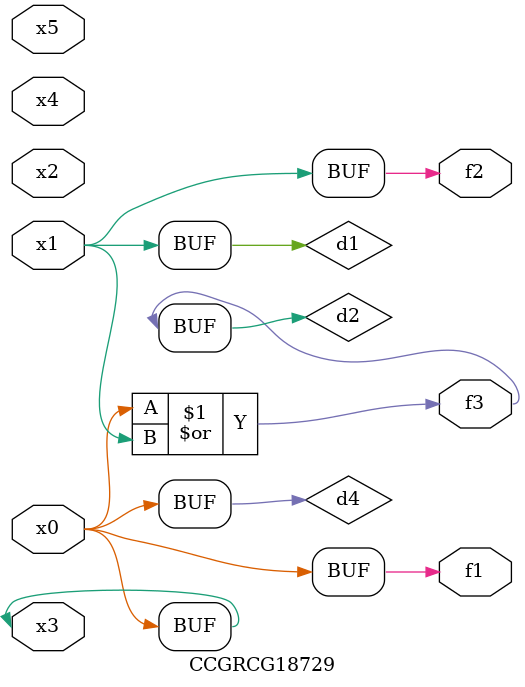
<source format=v>
module CCGRCG18729(
	input x0, x1, x2, x3, x4, x5,
	output f1, f2, f3
);

	wire d1, d2, d3, d4;

	and (d1, x1);
	or (d2, x0, x1);
	nand (d3, x0, x5);
	buf (d4, x0, x3);
	assign f1 = d4;
	assign f2 = d1;
	assign f3 = d2;
endmodule

</source>
